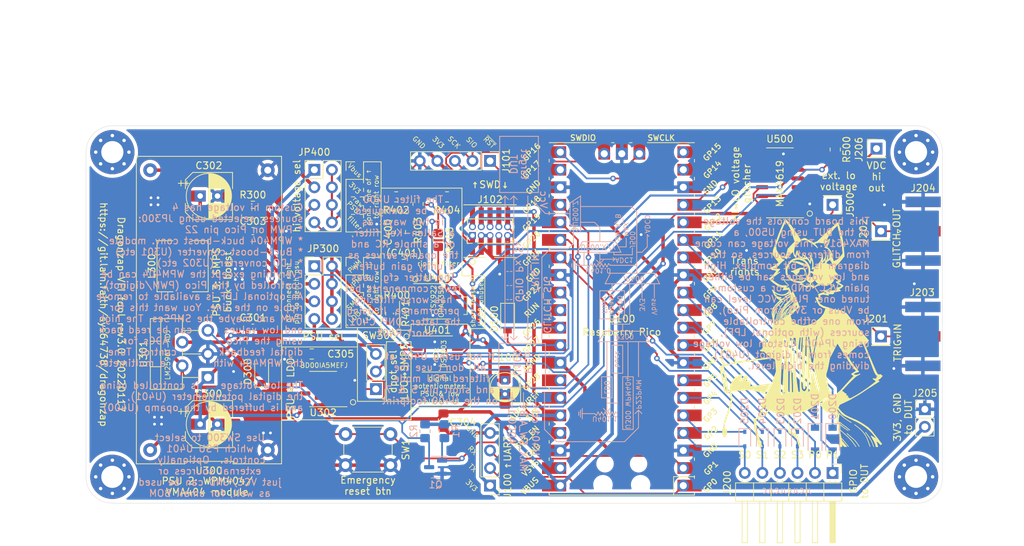
<source format=kicad_pcb>
(kicad_pcb (version 20211014) (generator pcbnew)

  (general
    (thickness 1.6)
  )

  (paper "A4")
  (layers
    (0 "F.Cu" signal)
    (31 "B.Cu" signal)
    (32 "B.Adhes" user "B.Adhesive")
    (33 "F.Adhes" user "F.Adhesive")
    (34 "B.Paste" user)
    (35 "F.Paste" user)
    (36 "B.SilkS" user "B.Silkscreen")
    (37 "F.SilkS" user "F.Silkscreen")
    (38 "B.Mask" user)
    (39 "F.Mask" user)
    (40 "Dwgs.User" user "User.Drawings")
    (41 "Cmts.User" user "User.Comments")
    (42 "Eco1.User" user "User.Eco1")
    (43 "Eco2.User" user "User.Eco2")
    (44 "Edge.Cuts" user)
    (45 "Margin" user)
    (46 "B.CrtYd" user "B.Courtyard")
    (47 "F.CrtYd" user "F.Courtyard")
    (48 "B.Fab" user)
    (49 "F.Fab" user)
  )

  (setup
    (stackup
      (layer "F.SilkS" (type "Top Silk Screen"))
      (layer "F.Paste" (type "Top Solder Paste"))
      (layer "F.Mask" (type "Top Solder Mask") (thickness 0.01))
      (layer "F.Cu" (type "copper") (thickness 0.035))
      (layer "dielectric 1" (type "core") (thickness 1.51) (material "FR4") (epsilon_r 4.5) (loss_tangent 0.02))
      (layer "B.Cu" (type "copper") (thickness 0.035))
      (layer "B.Mask" (type "Bottom Solder Mask") (thickness 0.01))
      (layer "B.Paste" (type "Bottom Solder Paste"))
      (layer "B.SilkS" (type "Bottom Silk Screen"))
      (copper_finish "None")
      (dielectric_constraints no)
    )
    (pad_to_mask_clearance 0)
    (pcbplotparams
      (layerselection 0x00010fc_ffffffff)
      (disableapertmacros false)
      (usegerberextensions false)
      (usegerberattributes true)
      (usegerberadvancedattributes true)
      (creategerberjobfile true)
      (svguseinch false)
      (svgprecision 6)
      (excludeedgelayer true)
      (plotframeref false)
      (viasonmask false)
      (mode 1)
      (useauxorigin false)
      (hpglpennumber 1)
      (hpglpenspeed 20)
      (hpglpendiameter 15.000000)
      (dxfpolygonmode true)
      (dxfimperialunits true)
      (dxfusepcbnewfont true)
      (psnegative false)
      (psa4output false)
      (plotreference true)
      (plotvalue true)
      (plotinvisibletext false)
      (sketchpadsonfab false)
      (subtractmaskfromsilk false)
      (outputformat 1)
      (mirror false)
      (drillshape 0)
      (scaleselection 1)
      (outputdirectory "dragonzap/gerber/")
    )
  )

  (net 0 "")
  (net 1 "GND")
  (net 2 "VBUS")
  (net 3 "+3V3")
  (net 4 "+3.3VADC")
  (net 5 "Net-(D100-Pad1)")
  (net 6 "UART_RX")
  (net 7 "UART_TX")
  (net 8 "/controller/SWDIO")
  (net 9 "/controller/SWCLK")
  (net 10 "unconnected-(J102-Pad8)")
  (net 11 "unconnected-(J102-Pad7)")
  (net 12 "unconnected-(J102-Pad6)")
  (net 13 "GPIO_P0D")
  (net 14 "GPIO_P0W")
  (net 15 "GPIO_P1D")
  (net 16 "GPIO_P1W")
  (net 17 "TRIG_IN")
  (net 18 "GLITCH_OUT")
  (net 19 "P22PWM")
  (net 20 "ADC0")
  (net 21 "ADC1")
  (net 22 "/psu/FB_LDO")
  (net 23 "/psu/FB_SMPS")
  (net 24 "GPIO_S3W")
  (net 25 "GPIO_S3D")
  (net 26 "GPIO_S2W")
  (net 27 "GPIO_S2D")
  (net 28 "GPIO_S1W")
  (net 29 "GPIO_S1D")
  (net 30 "GPIO_S0W")
  (net 31 "GPIO_S0D")
  (net 32 "DPOT_DAT")
  (net 33 "DPOT_CLK")
  (net 34 "unconnected-(U100-Pad22)")
  (net 35 "MAX_SW_B")
  (net 36 "MAX_SW_A")
  (net 37 "MAX_EN")
  (net 38 "DPOT_HI")
  (net 39 "Net-(C400-Pad1)")
  (net 40 "Net-(D300-Pad1)")
  (net 41 "Vdcflt")
  (net 42 "Vdclo")
  (net 43 "GLITCH_SIG")
  (net 44 "DPOT_W")
  (net 45 "Net-(J500-Pad1)")
  (net 46 "DPOT_LO")
  (net 47 "unconnected-(U100-Pad30)")
  (net 48 "Net-(C401-Pad1)")
  (net 49 "Net-(JP300-Pad2)")
  (net 50 "Net-(C302-Pad1)")
  (net 51 "Net-(C305-Pad1)")
  (net 52 "EMERG_SHDN")
  (net 53 "~{EMERG_SHDN}")
  (net 54 "unconnected-(U100-Pad34)")
  (net 55 "unconnected-(U100-Pad39)")
  (net 56 "unconnected-(U302-Pad4)")
  (net 57 "unconnected-(U302-Pad6)")
  (net 58 "Net-(C401-Pad2)")
  (net 59 "unconnected-(U302-Pad7)")
  (net 60 "unconnected-(U401-Pad13)")
  (net 61 "Net-(U500-Pad13)")
  (net 62 "/glitchout/Vdclo_def")
  (net 63 "Net-(R405-Pad1)")

  (footprint "MCU_RaspberryPi_and_Boards:RPi_Pico_SMD_TH" (layer "F.Cu") (at 157.48 83.82 180))

  (footprint "Connector_PinHeader_2.54mm:PinHeader_1x04_P2.54mm_Vertical" (layer "F.Cu") (at 138.43 107.95 180))

  (footprint "Resistor_SMD:R_0805_2012Metric_Pad1.20x1.40mm_HandSolder" (layer "F.Cu") (at 132.207 66.167))

  (footprint "Capacitor_SMD:CP_Elec_6.3x5.3" (layer "F.Cu") (at 97.79 66.04))

  (footprint "Connector_PinHeader_2.54mm:PinHeader_1x01_P2.54mm_Vertical" (layer "F.Cu") (at 194.31 59.182))

  (footprint "Resistor_SMD:R_0805_2012Metric_Pad1.20x1.40mm_HandSolder" (layer "F.Cu") (at 128.016 67.183 90))

  (footprint "Package_SO:SO-8_3.9x4.9mm_P1.27mm" (layer "F.Cu") (at 130.81 81.28))

  (footprint "Capacitor_THT:CP_Radial_D6.3mm_P2.50mm" (layer "F.Cu") (at 96.52 66.04))

  (footprint "Capacitor_SMD:C_0805_2012Metric_Pad1.18x1.45mm_HandSolder" (layer "F.Cu") (at 131.699 98.552 -90))

  (footprint "Package_SO:HSOP-8-1EP_3.9x4.9mm_P1.27mm_EP2.41x3.1mm" (layer "F.Cu") (at 114.3 93.98 180))

  (footprint "Resistor_SMD:R_0805_2012Metric_Pad1.20x1.40mm_HandSolder" (layer "F.Cu") (at 124.079 83.058 90))

  (footprint "Capacitor_SMD:CP_Elec_4x3.9" (layer "F.Cu") (at 140.589 93.726 -90))

  (footprint "Diode_SMD:D_SOD-123" (layer "F.Cu") (at 105.41 91.44 90))

  (footprint "Connector_PinHeader_2.54mm:PinHeader_1x01_P2.54mm_Vertical" (layer "F.Cu") (at 194.945 71.12))

  (footprint "Button_Switch_THT:SW_PUSH_6mm" (layer "F.Cu") (at 117.527 100.493))

  (footprint "Connector_PinHeader_2.54mm:PinHeader_1x06_P2.54mm_Horizontal" (layer "F.Cu") (at 187.96 106.115 -90))

  (footprint "Resistor_SMD:R_0805_2012Metric_Pad1.20x1.40mm_HandSolder" (layer "F.Cu") (at 124.952 78.74 180))

  (footprint "Capacitor_SMD:C_0603_1608Metric_Pad1.08x0.95mm_HandSolder" (layer "F.Cu") (at 104.14 85.09))

  (footprint "Connector_PinHeader_2.54mm:PinHeader_1x05_P2.54mm_Vertical" (layer "F.Cu") (at 138.43 60.96 -90))

  (footprint "Connector_PinHeader_2.54mm:PinHeader_1x03_P2.54mm_Vertical" (layer "F.Cu") (at 121.92 93.98 180))

  (footprint "Inductor_SMD:L_7.3x7.3_H4.5" (layer "F.Cu") (at 93.98 76.2 90))

  (footprint "Package_SO:TSSOP-14_4.4x5mm_P0.65mm" (layer "F.Cu") (at 130.81 88.9))

  (footprint "Package_SO:SO-16_3.9x9.9mm_P1.27mm" (layer "F.Cu") (at 180.34 64.135 180))

  (footprint "Capacitor_THT:CP_Radial_D4.0mm_P2.00mm" (layer "F.Cu") (at 140.589 92.71 -90))

  (footprint "MountingHole:MountingHole_3.2mm_M3_Pad_Via" (layer "F.Cu") (at 83.82 106.68))

  (footprint "MountingHole:MountingHole_3.2mm_M3_Pad_Via" (layer "F.Cu") (at 83.82 59.69))

  (footprint "Capacitor_SMD:C_0603_1608Metric_Pad1.08x0.95mm_HandSolder" (layer "F.Cu") (at 104.14 71.12))

  (footprint "Connector_PinHeader_2.54mm:PinHeader_1x02_P2.54mm_Vertical" (layer "F.Cu") (at 201.295 96.901))

  (footprint "Package_TO_SOT_THT:TO-220-5_P3.4x3.7mm_StaggerOdd_Lead3.8mm_Vertical" (layer "F.Cu") (at 97.63 92.3 90))

  (footprint "Connector_PinHeader_2.54mm:PinHeader_1x01_P2.54mm_Vertical" (layer "F.Cu") (at 187.96 67.31 180))

  (footprint "Resistor_SMD:R_0805_2012Metric_Pad1.20x1.40mm_HandSolder" (layer "F.Cu") (at 130.937 72.406 90))

  (footprint "Diode_SMD:D_SOD-123" (layer "F.Cu") (at 140.97 83.82 -90))

  (footprint "Capacitor_SMD:C_0805_2012Metric_Pad1.18x1.45mm_HandSolder" (layer "F.Cu")
    (tedit 5F68FEEF) (tstamp a809821b-1eae-4da1-967d-98d00b1cea19)
    (at 112.649 88.9 180)
    (descr "Capacitor SMD 0805 (2012 Metric), square (rectangular) end terminal, IPC_7351 nominal with elongated pad for handsoldering. (Body size source: IPC-SM-782 page 76, https://www.pcb-3d.com/wordpress/wp-content/uploads/ipc-s
... [1007616 chars truncated]
</source>
